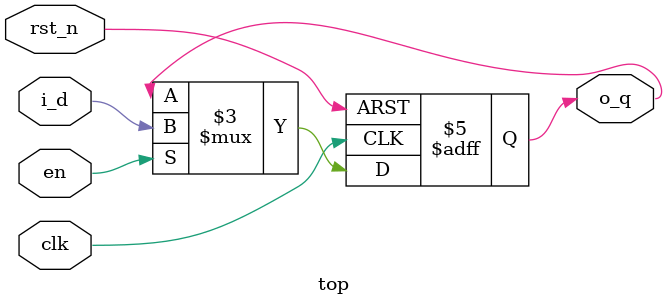
<source format=v>
module top
(
    input clk,
    input rst_n,
    input en,
    input i_d,
    output reg o_q
);

always@(posedge clk or negedge rst_n)begin
    if(!rst_n)begin
        o_q<=0;
    end    
    else if(en) begin
       o_q<=i_d; 
    end
end

endmodule
</source>
